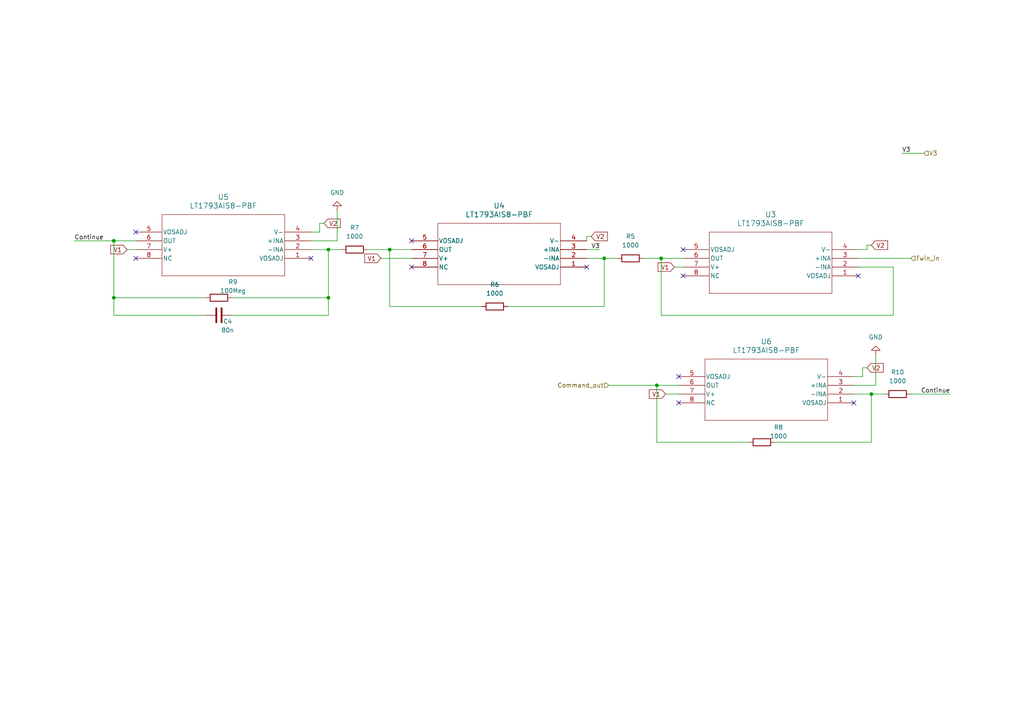
<source format=kicad_sch>
(kicad_sch (version 20250114) (generator "eeschema") (generator_version "9.0")
  (paper "A4")
  (lib_symbols
    (symbol "Amplifiers:LT1793AIS8-PBF" (pin_names (offset 0.254))
      (property "Reference" "U" (at 25.4 10.16 0))
      (property "Value" "LT1793AIS8-PBF" (at 25.4 7.62 0))
      (symbol "LT1793AIS8-PBF_0_1"
        (polyline (pts (xy 7.62 5.08) (xy 7.62 -12.7)) (stroke (width 0.127)))
        (polyline (pts (xy 7.62 -12.7) (xy 43.18 -12.7)) (stroke (width 0.127)))
        (polyline (pts (xy 43.18 5.08) (xy 7.62 5.08)) (stroke (width 0.127)))
        (polyline (pts (xy 43.18 -12.7) (xy 43.18 5.08)) (stroke (width 0.127)))
        (pin unspecified line (at 0 0 0) (length 7.62) (name "VOSADJ") (number "1"))
        (pin input line (at 0 -2.54 0) (length 7.62) (name "-INA") (number "2"))
        (pin input line (at 0 -5.08 0) (length 7.62) (name "+INA") (number "3"))
        (pin power_in line (at 0 -7.62 0) (length 7.62) (name "V-") (number "4"))
        (pin unspecified line (at 50.8 0 180) (length 7.62) (name "NC") (number "8"))
        (pin power_in line (at 50.8 -2.54 180) (length 7.62) (name "V+") (number "7"))
        (pin output line (at 50.8 -5.08 180) (length 7.62) (name "OUT") (number "6"))
        (pin unspecified line (at 50.8 -7.62 180) (length 7.62) (name "VOSADJ") (number "5"))
      )
    )
    (symbol "Device:C" (pin_numbers (hide yes)) (pin_names (offset 0.254))
      (property "Reference" "C" (at 0.635 2.54 0))
      (property "Value" "C" (at 0.635 -2.54 0))
      (symbol "C_0_1"
        (polyline (pts (xy -2.032 0.762) (xy 2.032 0.762)) (stroke (width 0.508)))
        (polyline (pts (xy -2.032 -0.762) (xy 2.032 -0.762)) (stroke (width 0.508)))
      )
      (symbol "C_1_1"
        (pin passive line (at 0 3.81 270) (length 2.794) (name "~") (number "1"))
        (pin passive line (at 0 -3.81 90) (length 2.794) (name "~") (number "2"))
      )
    )
    (symbol "Device:R" (pin_numbers (hide yes)) (pin_names (offset 0))
      (property "Reference" "R" (at 2.032 0 90))
      (property "Value" "R" (at 0 0 90))
      (symbol "R_0_1"
        (rectangle (start -1.016 -2.54) (end 1.016 2.54) (stroke (width 0.254)))
      )
      (symbol "R_1_1"
        (pin passive line (at 0 3.81 270) (length 1.27) (name "~") (number "1"))
        (pin passive line (at 0 -3.81 90) (length 1.27) (name "~") (number "2"))
      )
    )
    (symbol "power:GND" (power) (pin_numbers (hide yes)) (pin_names (offset 0) (hide yes))
      (property "Value" "GND" (at 0 -3.81 0))
      (symbol "GND_0_1"
        (polyline (pts (xy 0 0) (xy 0 -1.27) (xy 1.27 -1.27) (xy 0 -2.54) (xy -1.27 -1.27) (xy 0 -1.27)))
      )
      (symbol "GND_1_1"
        (pin power_in line (at 0 0 270) (length 0) (name "~") (number "1"))
      )
    )
  )
  (junction (at 33.02 69.85))
  (junction (at 252.73 114.3))
  (junction (at 190.5 111.76))
  (junction (at 113.03 72.39))
  (junction (at 175.26 74.93))
  (junction (at 95.25 86.36))
  (junction (at 95.25 72.39))
  (junction (at 191.77 74.93))
  (junction (at 33.02 86.36))
  (no_connect (at 39.37 74.93))
  (no_connect (at 90.17 74.93))
  (no_connect (at 198.12 80.01))
  (no_connect (at 196.85 116.84))
  (no_connect (at 119.38 69.85))
  (no_connect (at 119.38 77.47))
  (no_connect (at 247.65 116.84))
  (no_connect (at 198.12 72.39))
  (no_connect (at 170.18 77.47))
  (no_connect (at 248.92 80.01))
  (no_connect (at 196.85 109.22))
  (no_connect (at 39.37 67.31))
  (wire (pts (xy 59.69 91.44) (xy 33.02 91.44)))
  (wire (pts (xy 95.25 72.39) (xy 95.25 86.36)))
  (wire (pts (xy 110.49 74.93) (xy 119.38 74.93)))
  (wire (pts (xy 259.08 91.44) (xy 191.77 91.44)))
  (wire (pts (xy 251.46 72.39) (xy 248.92 72.39)))
  (wire (pts (xy 173.99 72.39) (xy 170.18 72.39)))
  (wire (pts (xy 170.18 74.93) (xy 175.26 74.93)))
  (wire (pts (xy 259.08 77.47) (xy 259.08 91.44)))
  (wire (pts (xy 90.17 72.39) (xy 95.25 72.39)))
  (wire (pts (xy 171.45 68.58) (xy 170.18 68.58)))
  (wire (pts (xy 175.26 74.93) (xy 179.07 74.93)))
  (wire (pts (xy 247.65 111.76) (xy 254 111.76)))
  (wire (pts (xy 195.58 77.47) (xy 198.12 77.47)))
  (wire (pts (xy 190.5 111.76) (xy 196.85 111.76)))
  (wire (pts (xy 190.5 111.76) (xy 190.5 128.27)))
  (wire (pts (xy 113.03 72.39) (xy 113.03 88.9)))
  (wire (pts (xy 33.02 91.44) (xy 33.02 86.36)))
  (wire (pts (xy 251.46 71.12) (xy 251.46 72.39)))
  (wire (pts (xy 36.83 72.39) (xy 39.37 72.39)))
  (wire (pts (xy 190.5 128.27) (xy 217.17 128.27)))
  (wire (pts (xy 92.71 67.31) (xy 90.17 67.31)))
  (wire (pts (xy 252.73 114.3) (xy 252.73 128.27)))
  (wire (pts (xy 264.16 114.3) (xy 275.59 114.3)))
  (wire (pts (xy 106.68 72.39) (xy 113.03 72.39)))
  (wire (pts (xy 147.32 88.9) (xy 175.26 88.9)))
  (wire (pts (xy 176.53 111.76) (xy 190.5 111.76)))
  (wire (pts (xy 252.73 71.12) (xy 251.46 71.12)))
  (wire (pts (xy 21.59 69.85) (xy 33.02 69.85)))
  (wire (pts (xy 250.19 106.68) (xy 250.19 109.22)))
  (wire (pts (xy 248.92 74.93) (xy 264.16 74.93)))
  (wire (pts (xy 170.18 68.58) (xy 170.18 69.85)))
  (wire (pts (xy 254 111.76) (xy 254 102.87)))
  (wire (pts (xy 95.25 72.39) (xy 99.06 72.39)))
  (wire (pts (xy 175.26 74.93) (xy 175.26 88.9)))
  (wire (pts (xy 224.79 128.27) (xy 252.73 128.27)))
  (wire (pts (xy 113.03 72.39) (xy 119.38 72.39)))
  (wire (pts (xy 113.03 88.9) (xy 139.7 88.9)))
  (wire (pts (xy 250.19 109.22) (xy 247.65 109.22)))
  (wire (pts (xy 191.77 91.44) (xy 191.77 74.93)))
  (wire (pts (xy 186.69 74.93) (xy 191.77 74.93)))
  (wire (pts (xy 90.17 69.85) (xy 97.79 69.85)))
  (wire (pts (xy 67.31 86.36) (xy 95.25 86.36)))
  (wire (pts (xy 252.73 114.3) (xy 256.54 114.3)))
  (wire (pts (xy 97.79 69.85) (xy 97.79 60.96)))
  (wire (pts (xy 93.98 64.77) (xy 92.71 64.77)))
  (wire (pts (xy 193.04 114.3) (xy 196.85 114.3)))
  (wire (pts (xy 247.65 114.3) (xy 252.73 114.3)))
  (wire (pts (xy 95.25 91.44) (xy 95.25 86.36)))
  (wire (pts (xy 251.46 106.68) (xy 250.19 106.68)))
  (wire (pts (xy 191.77 74.93) (xy 198.12 74.93)))
  (wire (pts (xy 33.02 86.36) (xy 59.69 86.36)))
  (wire (pts (xy 92.71 64.77) (xy 92.71 67.31)))
  (wire (pts (xy 33.02 69.85) (xy 33.02 86.36)))
  (wire (pts (xy 67.31 91.44) (xy 95.25 91.44)))
  (wire (pts (xy 261.62 44.45) (xy 267.97 44.45)))
  (wire (pts (xy 248.92 77.47) (xy 259.08 77.47)))
  (wire (pts (xy 33.02 69.85) (xy 39.37 69.85)))
  (label "V3" (at 173.99 72.39 180))
  (label "V3" (at 261.62 44.45 0))
  (label "Continue" (at 21.59 69.85 0))
  (label "Continue" (at 275.59 114.3 180))
  (global_label "V1" (shape input) (at 193.04 114.3 180) (property "Intersheetrefs" "${INTERSHEET_REFS}" (effects (hide yes))))
  (global_label "V1" (shape input) (at 195.58 77.47 180) (property "Intersheetrefs" "${INTERSHEET_REFS}" (effects (hide yes))))
  (global_label "V1" (shape input) (at 36.83 72.39 180) (property "Intersheetrefs" "${INTERSHEET_REFS}" (effects (hide yes))))
  (global_label "V2" (shape input) (at 252.73 71.12 0) (property "Intersheetrefs" "${INTERSHEET_REFS}" (effects (hide yes))))
  (global_label "V1" (shape input) (at 110.49 74.93 180) (property "Intersheetrefs" "${INTERSHEET_REFS}" (effects (hide yes))))
  (global_label "V2" (shape input) (at 251.46 106.68 0) (property "Intersheetrefs" "${INTERSHEET_REFS}" (effects (hide yes))))
  (global_label "V2" (shape input) (at 171.45 68.58 0) (property "Intersheetrefs" "${INTERSHEET_REFS}" (effects (hide yes))))
  (global_label "V2" (shape input) (at 93.98 64.77 0) (property "Intersheetrefs" "${INTERSHEET_REFS}" (effects (hide yes))))
  (hierarchical_label "Twin_in" (shape input) (at 264.16 74.93 0))
  (hierarchical_label "V3" (shape input) (at 267.97 44.45 0))
  (hierarchical_label "Command_out" (shape input) (at 176.53 111.76 180))
  (symbol (lib_id "Amplifiers:LT1793AIS8-PBF") (at 248.92 80.01 180) (unit 1)
    (property "Reference" "U3" (at 223.52 62.23 0) (effects (font (size 1.524 1.524))))
    (property "Value" "LT1793AIS8-PBF" (at 223.52 64.77 0) (effects (font (size 1.524 1.524))))
    (property "Footprint" "Amplifier:LT1793AIS8_PBF" (effects (hide yes)))
    (property "Datasheet" "LT1793AIS8-PBF" (effects (hide yes)))
  )
  (symbol (lib_id "power:GND") (at 97.79 60.96 180) (unit 1)
    (property "Reference" "#PWR06" (effects (hide yes)))
    (property "Value" "GND" (at 97.79 55.88 0))
    (property "Description" "Power symbol creates a global label with name \"GND\" , ground" (effects (hide yes)))
  )
  (symbol (lib_id "Amplifiers:LT1793AIS8-PBF") (at 90.17 74.93 180) (unit 1)
    (property "Reference" "U5" (at 64.77 57.15 0) (effects (font (size 1.524 1.524))))
    (property "Value" "LT1793AIS8-PBF" (at 64.77 59.69 0) (effects (font (size 1.524 1.524))))
    (property "Footprint" "Amplifier:LT1793AIS8_PBF" (effects (hide yes)))
    (property "Datasheet" "LT1793AIS8-PBF" (effects (hide yes)))
  )
  (symbol (lib_id "Device:R") (at 182.88 74.93 90) (unit 1)
    (property "Reference" "R5" (at 182.88 68.58 90))
    (property "Value" "1000" (at 182.88 71.12 90))
    (property "Description" "Resistor" (effects (hide yes)))
  )
  (symbol (lib_id "Device:R") (at 102.87 72.39 90) (unit 1)
    (property "Reference" "R7" (at 102.87 66.04 90))
    (property "Value" "1000" (at 102.87 68.58 90))
    (property "Description" "Resistor" (effects (hide yes)))
  )
  (symbol (lib_id "Device:R") (at 63.5 86.36 90) (unit 1)
    (property "Reference" "R9" (at 67.564 81.788 90))
    (property "Value" "100Meg" (at 67.564 84.328 90))
    (property "Description" "Resistor" (effects (hide yes)))
  )
  (symbol (lib_id "Device:C") (at 63.5 91.44 90) (unit 1)
    (property "Reference" "C4" (at 66.04 93.218 90))
    (property "Value" "80n" (at 66.04 95.758 90))
    (property "Description" "Unpolarized capacitor" (effects (hide yes)))
  )
  (symbol (lib_id "Amplifiers:LT1793AIS8-PBF") (at 247.65 116.84 180) (unit 1)
    (property "Reference" "U6" (at 222.25 99.06 0) (effects (font (size 1.524 1.524))))
    (property "Value" "LT1793AIS8-PBF" (at 222.25 101.6 0) (effects (font (size 1.524 1.524))))
    (property "Footprint" "Amplifier:LT1793AIS8_PBF" (effects (hide yes)))
    (property "Datasheet" "LT1793AIS8-PBF" (effects (hide yes)))
  )
  (symbol (lib_id "Device:R") (at 260.35 114.3 90) (unit 1)
    (property "Reference" "R10" (at 260.35 107.95 90))
    (property "Value" "1000" (at 260.35 110.49 90))
    (property "Description" "Resistor" (effects (hide yes)))
  )
  (symbol (lib_id "Device:R") (at 220.98 128.27 90) (unit 1)
    (property "Reference" "R8" (at 225.806 123.952 90))
    (property "Value" "1000" (at 225.806 126.492 90))
    (property "Description" "Resistor" (effects (hide yes)))
  )
  (symbol (lib_id "power:GND") (at 254 102.87 180) (unit 1)
    (property "Reference" "#PWR07" (effects (hide yes)))
    (property "Value" "GND" (at 254 97.79 0))
    (property "Description" "Power symbol creates a global label with name \"GND\" , ground" (effects (hide yes)))
  )
  (symbol (lib_id "Device:R") (at 143.51 88.9 90) (unit 1)
    (property "Reference" "R6" (at 143.51 82.55 90))
    (property "Value" "1000" (at 143.51 85.09 90))
    (property "Description" "Resistor" (effects (hide yes)))
  )
  (symbol (lib_id "Amplifiers:LT1793AIS8-PBF") (at 170.18 77.47 180) (unit 1)
    (property "Reference" "U4" (at 144.78 59.69 0) (effects (font (size 1.524 1.524))))
    (property "Value" "LT1793AIS8-PBF" (at 144.78 62.23 0) (effects (font (size 1.524 1.524))))
    (property "Footprint" "Amplifier:LT1793AIS8_PBF" (effects (hide yes)))
    (property "Datasheet" "LT1793AIS8-PBF" (effects (hide yes)))
  )
)
</source>
